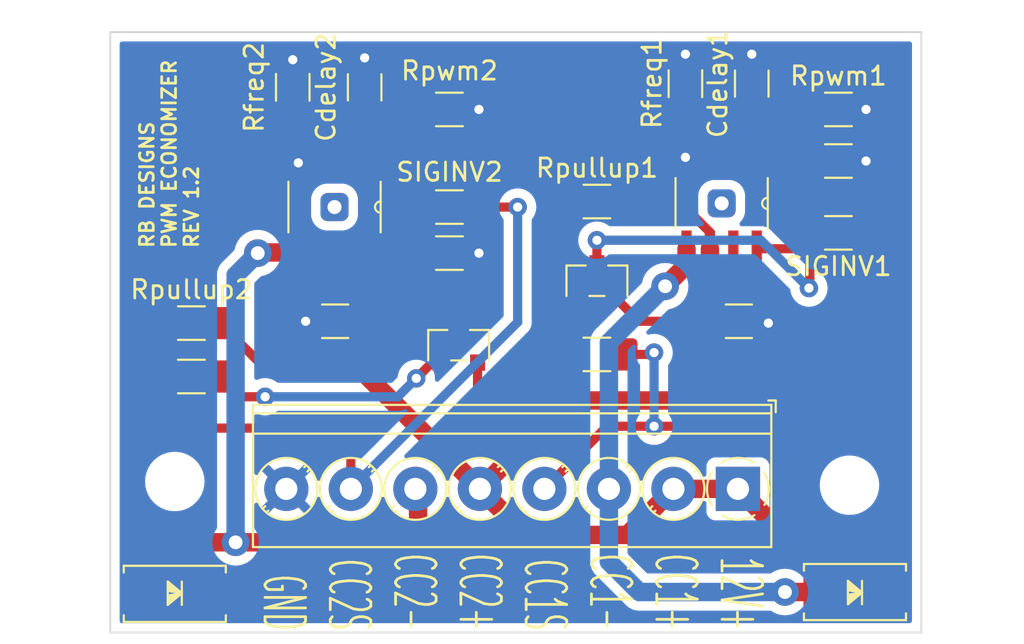
<source format=kicad_pcb>
(kicad_pcb (version 20211014) (generator pcbnew)
  (layers (0 "F.Cu" signal) (31 "B.Cu" signal) (34 "B.Paste" user) (35 "F.Paste" user) (36 "B.SilkS" user "B.Silkscreen") (37 "F.SilkS" user "F.Silkscreen") (38 "B.Mask" user) (39 "F.Mask" user) (44 "Edge.Cuts" user))
  (net 0 "")
  (net 1 "Net-(Cdelay1-Pad1)")
  (net 2 "GND")
  (net 3 "Net-(Ctantalumbypass1-Pad1)")
  (net 4 "Net-(J1-Pad3)")
  (net 5 "Net-(Rfreq1-Pad1)")
  (net 6 "Net-(U3-Pad1)")
  (net 7 "Net-(U2-Pad8)")
  (net 8 "Net-(Rpwm1-Pad1)")
  (net 9 "Net-(Cdelay2-Pad1)")
  (net 10 "Net-(J1-Pad6)")
  (net 11 "Net-(J1-Pad7)")
  (net 12 "Net-(Rfreq2-Pad1)")
  (net 13 "Net-(Rlimiting2-Pad2)")
  (net 14 "Net-(Rpulldown2-Pad1)")
  (net 15 "Net-(Rpwm2-Pad1)")
  (net 16 "Net-(J1-Pad4)")
  (footprint "Capacitor_SMD:C_1206_3216Metric_Pad1.33x1.80mm_HandSolder" (layer "F.Cu") (at 216.8 91.9 90)
    (fp_text reference "Cdelay1" (at 0 -1.85 90) (layer "F.SilkS"))
    (fp_text value "100 nF")
    (fp_line (start -0.711252 -0.91) (end 0.711252 -0.91) (layer "F.SilkS") (width 0.12))
    (fp_line (start -0.711252 0.91) (end 0.711252 0.91) (layer "F.SilkS") (width 0.12))
    (pad "1" smd roundrect (at -1.5625 0 90) (size 1.325 1.8) (layers "F.Cu" "F.Paste" "F.Mask") (roundrect_rratio 0.188679) (net 1 "Net-(Cdelay1-Pad1)"))
    (pad "2" smd roundrect (at 1.5625 0 90) (size 1.325 1.8) (layers "F.Cu" "F.Paste" "F.Mask") (roundrect_rratio 0.188679) (net 2 "GND"))
  )
  (footprint "TerminalBlock_Phoenix:TerminalBlock_Phoenix_PT-1,5-8-3.5-H_1x08_P3.50mm_Horizontal" (layer "F.Cu") (at 216.05 113.9 180)
    (fp_text reference "J1" hide)
    (fp_text value "Screw_Terminal_01x08")
    (fp_line (start -1.81 -3.16) (end 26.31 -3.16) (layer "F.SilkS") (width 0.12))
    (fp_line (start 13.025 1.181) (end 12.931 1.274) (layer "F.SilkS") (width 0.12))
    (fp_line (start -2.05 4.8) (end -1.65 4.8) (layer "F.SilkS") (width 0.12))
    (fp_line (start 2.355 0.941) (end 2.226 1.069) (layer "F.SilkS") (width 0.12))
    (fp_line (start 25.775 -1.069) (end 25.646 -0.941) (layer "F.SilkS") (width 0.12))
    (fp_line (start 23.355 0.941) (end 23.226 1.069) (layer "F.SilkS") (width 0.12))
    (fp_line (start -1.81 4.1) (end 26.31 4.1) (layer "F.SilkS") (width 0.12))
    (fp_line (start 26.31 -3.16) (end 26.31 4.56) (layer "F.SilkS") (width 0.12))
    (fp_line (start -1.81 -3.16) (end -1.81 4.56) (layer "F.SilkS") (width 0.12))
    (fp_line (start 5.855 0.941) (end 5.726 1.069) (layer "F.SilkS") (width 0.12))
    (fp_line (start 18.775 -1.069) (end 18.646 -0.941) (layer "F.SilkS") (width 0.12))
    (fp_line (start 18.57 -1.275) (end 18.476 -1.181) (layer "F.SilkS") (width 0.12))
    (fp_line (start 23.525 1.181) (end 23.431 1.274) (layer "F.SilkS") (width 0.12))
    (fp_line (start 11.57 -1.275) (end 11.476 -1.181) (layer "F.SilkS") (width 0.12))
    (fp_line (start 15.07 -1.275) (end 14.976 -1.181) (layer "F.SilkS") (width 0.12))
    (fp_line (start -1.81 4.56) (end 26.31 4.56) (layer "F.SilkS") (width 0.12))
    (fp_line (start 16.355 0.941) (end 16.226 1.069) (layer "F.SilkS") (width 0.12))
    (fp_line (start 20.025 1.181) (end 19.931 1.274) (layer "F.SilkS") (width 0.12))
    (fp_line (start 16.525 1.181) (end 16.431 1.274) (layer "F.SilkS") (width 0.12))
    (fp_line (start 4.775 -1.069) (end 4.646 -0.941) (layer "F.SilkS") (width 0.12))
    (fp_line (start -1.81 3) (end 26.31 3) (layer "F.SilkS") (width 0.12))
    (fp_line (start 11.775 -1.069) (end 11.646 -0.941) (layer "F.SilkS") (width 0.12))
    (fp_line (start 22.07 -1.275) (end 21.976 -1.181) (layer "F.SilkS") (width 0.12))
    (fp_line (start 12.855 0.941) (end 12.726 1.069) (layer "F.SilkS") (width 0.12))
    (fp_line (start 9.355 0.941) (end 9.226 1.069) (layer "F.SilkS") (width 0.12))
    (fp_line (start 19.855 0.941) (end 19.726 1.069) (layer "F.SilkS") (width 0.12))
    (fp_line (start 4.57 -1.275) (end 4.476 -1.181) (layer "F.SilkS") (width 0.12))
    (fp_line (start 2.525 1.181) (end 2.431 1.274) (layer "F.SilkS") (width 0.12))
    (fp_line (start 15.275 -1.069) (end 15.146 -0.941) (layer "F.SilkS") (width 0.12))
    (fp_line (start 22.275 -1.069) (end 22.146 -0.941) (layer "F.SilkS") (width 0.12))
    (fp_line (start 9.525 1.181) (end 9.431 1.274) (layer "F.SilkS") (width 0.12))
    (fp_line (start 8.07 -1.275) (end 7.976 -1.181) (layer "F.SilkS") (width 0.12))
    (fp_line (start 25.57 -1.275) (end 25.476 -1.181) (layer "F.SilkS") (width 0.12))
    (fp_line (start 6.025 1.181) (end 5.931 1.274) (layer "F.SilkS") (width 0.12))
    (fp_line (start -2.05 4.16) (end -2.05 4.8) (layer "F.SilkS") (width 0.12))
    (fp_line (start 8.275 -1.069) (end 8.146 -0.941) (layer "F.SilkS") (width 0.12))
    (fp_arc (start -1.425358 0.889894) (mid -1.680286 0.014012) (end -1.44 -0.866) (layer "F.SilkS") (width 0.12))
    (fp_arc (start 0.028674 1.680099) (mid -0.435535 1.622918) (end -0.866 1.44) (layer "F.SilkS") (width 0.12))
    (fp_arc (start -0.889894 -1.425358) (mid -0.014012 -1.680286) (end 0.866 -1.44) (layer "F.SilkS") (width 0.12))
    (fp_arc (start 1.425504 -0.890193) (mid 1.680626 0.000476) (end 1.425 0.891) (layer "F.SilkS") (width 0.12))
    (fp_arc (start 0.890264 1.424721) (mid 0.463071 1.61492) (end 0 1.68) (layer "F.SilkS") (width 0.12))
    (fp_circle (center 7 0) (end 8.68 0) (layer "F.SilkS") (width 0.12) (fill none))
    (fp_circle (center 3.5 0) (end 5.18 0) (layer "F.SilkS") (width 0.12) (fill none))
    (fp_circle (center 10.5 0) (end 12.18 0) (layer "F.SilkS") (width 0.12) (fill none))
    (fp_circle (center 24.5 0) (end 26.18 0) (layer "F.SilkS") (width 0.12) (fill none))
    (fp_circle (center 14 0) (end 15.68 0) (layer "F.SilkS") (width 0.12) (fill none))
    (fp_circle (center 17.5 0) (end 19.18 0) (layer "F.SilkS") (width 0.12) (fill none))
    (fp_circle (center 21 0) (end 22.68 0) (layer "F.SilkS") (width 0.12) (fill none))
    (pad "1" thru_hole rect (at 0 0 180) (size 2.4 2.4) (drill 1.2) (layers *.Cu *.Mask) (net 3 "Net-(Ctantalumbypass1-Pad1)"))
    (pad "2" thru_hole circle (at 3.5 0 180) (size 2.4 2.4) (drill 1.2) (layers *.Cu *.Mask) (net 3 "Net-(Ctantalumbypass1-Pad1)"))
    (pad "3" thru_hole circle (at 7 0 180) (size 2.4 2.4) (drill 1.2) (layers *.Cu *.Mask) (net 4 "Net-(J1-Pad3)"))
    (pad "4" thru_hole circle (at 10.5 0 180) (size 2.4 2.4) (drill 1.2) (layers *.Cu *.Mask) (net 16 "Net-(J1-Pad4)"))
    (pad "5" thru_hole circle (at 14 0 180) (size 2.4 2.4) (drill 1.2) (layers *.Cu *.Mask) (net 3 "Net-(Ctantalumbypass1-Pad1)"))
    (pad "6" thru_hole circle (at 17.5 0 180) (size 2.4 2.4) (drill 1.2) (layers *.Cu *.Mask) (net 10 "Net-(J1-Pad6)"))
    (pad "7" thru_hole circle (at 21 0 180) (size 2.4 2.4) (drill 1.2) (layers *.Cu *.Mask) (net 11 "Net-(J1-Pad7)"))
    (pad "8" thru_hole circle (at 24.5 0 180) (size 2.4 2.4) (drill 1.2) (layers *.Cu *.Mask) (net 2 "GND"))
  )
  (footprint "drv103:DRV103U" (layer "F.Cu") (at 215.16505 98.4 -90)
    (fp_text reference "U2" hide)
    (fp_text value "DRV103U" hide)
    (fp_line (start -1.373653 2.5019) (end 1.373653 2.5019) (layer "F.SilkS") (width 0.12))
    (fp_line (start 1.373653 -2.5019) (end -1.373653 -2.5019) (layer "F.SilkS") (width 0.12))
    (fp_arc (start 0.3048 -2.5019) (mid 0 -2.1971) (end -0.3048 -2.5019) (layer "F.SilkS") (width 0.12))
    (pad "1" smd rect (at -2.4638 -1.905 270) (size 1.9812 0.5588) (layers "F.Cu" "F.Paste" "F.Mask") (net 8 "Net-(Rpwm1-Pad1)"))
    (pad "2" smd rect (at -2.4638 -0.635 270) (size 1.9812 0.5588) (layers "F.Cu" "F.Paste" "F.Mask") (net 1 "Net-(Cdelay1-Pad1)"))
    (pad "3" smd rect (at -2.4638 0.635 270) (size 1.9812 0.5588) (layers "F.Cu" "F.Paste" "F.Mask") (net 5 "Net-(Rfreq1-Pad1)"))
    (pad "4" smd rect (at -2.4638 1.905 270) (size 1.9812 0.5588) (layers "F.Cu" "F.Paste" "F.Mask") (net 2 "GND"))
    (pad "5" smd rect (at 2.4638 1.905 270) (size 1.9812 0.5588) (layers "F.Cu" "F.Paste" "F.Mask") (net 4 "Net-(J1-Pad3)"))
    (pad "6" smd rect (at 2.4638 0.635 270) (size 1.9812 0.5588) (layers "F.Cu" "F.Paste" "F.Mask") (net 3 "Net-(Ctantalumbypass1-Pad1)"))
    (pad "7" smd rect (at 2.4638 -0.635 270) (size 1.9812 0.5588) (layers "F.Cu" "F.Paste" "F.Mask"))
    (pad "8" smd rect (at 2.4638 -1.905 270) (size 1.9812 0.5588) (layers "F.Cu" "F.Paste" "F.Mask") (net 7 "Net-(U2-Pad8)"))
    (pad "9" thru_hole roundrect (at 0 0 270) (size 1.524 1.524) (drill 0.762) (layers *.Cu *.Mask))
  )
  (footprint "Capacitor_SMD:C_1206_3216Metric_Pad1.33x1.80mm_HandSolder" (layer "F.Cu") (at 216.1 104.8)
    (fp_text reference "Ctantalumbypass1" hide)
    (fp_text value "22 uF")
    (fp_line (start -0.711252 -0.91) (end 0.711252 -0.91) (layer "F.SilkS") (width 0.12))
    (fp_line (start -0.711252 0.91) (end 0.711252 0.91) (layer "F.SilkS") (width 0.12))
    (pad "1" smd roundrect (at -1.5625 0) (size 1.325 1.8) (layers "F.Cu" "F.Paste" "F.Mask") (roundrect_rratio 0.188679) (net 3 "Net-(Ctantalumbypass1-Pad1)"))
    (pad "2" smd roundrect (at 1.5625 0) (size 1.325 1.8) (layers "F.Cu" "F.Paste" "F.Mask") (roundrect_rratio 0.188679) (net 2 "GND"))
  )
  (footprint "Resistor_SMD:R_1206_3216Metric_Pad1.30x1.75mm_HandSolder" (layer "F.Cu") (at 208.4 98.3)
    (fp_text reference "Rpullup1" (at 0 -1.82) (layer "F.SilkS"))
    (fp_text value "R2.2k")
    (fp_line (start -0.727064 0.91) (end 0.727064 0.91) (layer "F.SilkS") (width 0.12))
    (fp_line (start -0.727064 -0.91) (end 0.727064 -0.91) (layer "F.SilkS") (width 0.12))
    (pad "1" smd roundrect (at -1.55 0) (size 1.3 1.75) (layers "F.Cu" "F.Paste" "F.Mask") (roundrect_rratio 0.192308) (net 6 "Net-(U3-Pad1)"))
    (pad "2" smd roundrect (at 1.55 0) (size 1.3 1.75) (layers "F.Cu" "F.Paste" "F.Mask") (roundrect_rratio 0.192308) (net 3 "Net-(Ctantalumbypass1-Pad1)"))
  )
  (footprint "Resistor_SMD:R_1206_3216Metric_Pad1.30x1.75mm_HandSolder" (layer "F.Cu") (at 191.9 92.1 90)
    (fp_text reference "Rfreq2" (at 0 -2.1 90) (layer "F.SilkS"))
    (fp_text value "R205k")
    (fp_line (start -0.727064 0.91) (end 0.727064 0.91) (layer "F.SilkS") (width 0.12))
    (fp_line (start -0.727064 -0.91) (end 0.727064 -0.91) (layer "F.SilkS") (width 0.12))
    (pad "1" smd roundrect locked (at -1.55 0 90) (size 1.3 1.75) (layers "F.Cu" "F.Paste" "F.Mask") (roundrect_rratio 0.192308) (net 12 "Net-(Rfreq2-Pad1)"))
    (pad "2" smd roundrect locked (at 1.55 0 90) (size 1.3 1.75) (layers "F.Cu" "F.Paste" "F.Mask") (roundrect_rratio 0.192308) (net 2 "GND"))
  )
  (footprint "MountingHole:MountingHole_2.2mm_M2" (layer "F.Cu") (at 185.5 113.5)
    (fp_text reference "REF**" hide)
    (fp_text value "MountingHole_2.2mm_M2")
    (pad "" np_thru_hole circle (at 0 0) (size 2.2 2.2) (drill 2.2) (layers *.Cu *.Mask))
  )
  (footprint "Resistor_SMD:R_1206_3216Metric_Pad1.30x1.75mm_HandSolder" (layer "F.Cu") (at 221.5 96.1)
    (fp_text reference "Rpulldown1" hide)
    (fp_text value "R4.7k")
    (fp_line (start -0.727064 -0.91) (end 0.727064 -0.91) (layer "F.SilkS") (width 0.12))
    (fp_line (start -0.727064 0.91) (end 0.727064 0.91) (layer "F.SilkS") (width 0.12))
    (pad "1" smd roundrect (at -1.55 0) (size 1.3 1.75) (layers "F.Cu" "F.Paste" "F.Mask") (roundrect_rratio 0.192308) (net 7 "Net-(U2-Pad8)"))
    (pad "2" smd roundrect (at 1.55 0) (size 1.3 1.75) (layers "F.Cu" "F.Paste" "F.Mask") (roundrect_rratio 0.192308) (net 2 "GND"))
  )
  (footprint "diode:CDBA360-G" (layer "F.Cu") (at 222.3982 119.5 180)
    (fp_text reference "Uflyback1" hide)
    (fp_text value "CDBA360-G" hide)
    (fp_line (start 2.7686 -1.524) (end -2.7686 -1.524) (layer "F.SilkS") (width 0.12))
    (fp_line (start -2.7686 -1.524) (end -2.7686 -1.15824) (layer "F.SilkS") (width 0.12))
    (fp_line (start 2.7686 1.524) (end 2.7686 1.15824) (layer "F.SilkS") (width 0.12))
    (fp_line (start -0.381 -0.027) (end 0.381 0.1) (layer "F.SilkS") (width 0.12))
    (fp_line (start -0.381 -0.027) (end 0.381 -0.535) (layer "F.SilkS") (width 0.12))
    (fp_line (start -0.381 -0.027) (end 0.381 -0.408) (layer "F.SilkS") (width 0.12))
    (fp_line (start -2.7686 1.524) (end 2.7686 1.524) (layer "F.SilkS") (width 0.12))
    (fp_line (start -0.381 -0.027) (end 0.381 0.227) (layer "F.SilkS") (width 0.12))
    (fp_line (start -0.381 -0.027) (end 0.381 0.608) (layer "F.SilkS") (width 0.12))
    (fp_line (start 0.381 -0.662) (end 0.381 0.608) (layer "F.SilkS") (width 0.12))
    (fp_line (start -0.381 -0.027) (end 0.381 -0.662) (layer "F.SilkS") (width 0.12))
    (fp_line (start -0.381 -0.027) (end 0.381 0.481) (layer "F.SilkS") (width 0.12))
    (fp_line (start 2.7686 -1.15824) (end 2.7686 -1.524) (layer "F.SilkS") (width 0.12))
    (fp_line (start -0.381 -0.027) (end 0.381 -0.154) (layer "F.SilkS") (width 0.12))
    (fp_line (start -2.7686 1.15824) (end -2.7686 1.524) (layer "F.SilkS") (width 0.12))
    (fp_line (start -0.381 -0.662) (end -0.381 0.608) (layer "F.SilkS") (width 0.12))
    (fp_line (start -0.381 -0.027) (end 0.381 -0.281) (layer "F.SilkS") (width 0.12))
    (fp_line (start -0.381 -0.027) (end 0.381 0.354) (layer "F.SilkS") (width 0.12))
    (pad "1" smd rect (at -1.7018 0 270) (size 1.651 2.1844) (layers "F.Cu" "F.Paste" "F.Mask") (net 3 "Net-(Ctantalumbypass1-Pad1)"))
    (pad "2" smd rect (at 1.7018 0 270) (size 1.651 2.1844) (layers "F.Cu" "F.Paste" "F.Mask") (net 4 "Net-(J1-Pad3)"))
  )
  (footprint "Resistor_SMD:R_1206_3216Metric_Pad1.30x1.75mm_HandSolder" (layer "F.Cu") (at 200.4 98.6 180)
    (fp_text reference "SIGINV2" (at 0 1.9) (layer "F.SilkS"))
    (fp_text value "9999999999999999")
    (fp_line (start -0.727064 0.91) (end 0.727064 0.91) (layer "F.SilkS") (width 0.12))
    (fp_line (start -0.727064 -0.91) (end 0.727064 -0.91) (layer "F.SilkS") (width 0.12))
    (pad "1" smd roundrect (at -1.55 0 180) (size 1.3 1.75) (layers "F.Cu" "F.Paste" "F.Mask") (roundrect_rratio 0.192308) (net 11 "Net-(J1-Pad7)"))
    (pad "2" smd roundrect (at 1.55 0 180) (size 1.3 1.75) (layers "F.Cu" "F.Paste" "F.Mask") (roundrect_rratio 0.192308) (net 14 "Net-(Rpulldown2-Pad1)"))
  )
  (footprint "Resistor_SMD:R_1206_3216Metric_Pad1.30x1.75mm_HandSolder" (layer "F.Cu") (at 221.5 100 180)
    (fp_text reference "SIGINV1" (at 0 -1.82) (layer "F.SilkS"))
    (fp_text value "9999999999999999")
    (fp_line (start -0.727064 0.91) (end 0.727064 0.91) (layer "F.SilkS") (width 0.12))
    (fp_line (start -0.727064 -0.91) (end 0.727064 -0.91) (layer "F.SilkS") (width 0.12))
    (pad "1" smd roundrect (at -1.55 0 180) (size 1.3 1.75) (layers "F.Cu" "F.Paste" "F.Mask") (roundrect_rratio 0.192308) (net 16 "Net-(J1-Pad4)"))
    (pad "2" smd roundrect (at 1.55 0 180) (size 1.3 1.75) (layers "F.Cu" "F.Paste" "F.Mask") (roundrect_rratio 0.192308) (net 7 "Net-(U2-Pad8)"))
  )
  (footprint "Resistor_SMD:R_1206_3216Metric_Pad1.30x1.75mm_HandSolder" (layer "F.Cu") (at 186.4 107.8)
    (fp_text reference "Rlimiting2" hide)
    (fp_text value "R10k")
    (fp_line (start -0.727064 -0.91) (end 0.727064 -0.91) (layer "F.SilkS") (width 0.12))
    (fp_line (start -0.727064 0.91) (end 0.727064 0.91) (layer "F.SilkS") (width 0.12))
    (pad "1" smd roundrect (at -1.55 0) (size 1.3 1.75) (layers "F.Cu" "F.Paste" "F.Mask") (roundrect_rratio 0.192308) (net 11 "Net-(J1-Pad7)"))
    (pad "2" smd roundrect (at 1.55 0) (size 1.3 1.75) (layers "F.Cu" "F.Paste" "F.Mask") (roundrect_rratio 0.192308) (net 13 "Net-(Rlimiting2-Pad2)"))
  )
  (footprint "transistor:BC857B-7-F" (layer "F.Cu") (at 208.4 102.6)
    (fp_text reference "U3" hide)
    (fp_text value "BC857B-7-F" hide)
    (fp_line (start -0.411859 0.827) (end 0.411859 0.827) (layer "F.SilkS") (width 0.12))
    (fp_line (start -0.61314 -0.827) (end -1.652 -0.827) (layer "F.SilkS") (width 0.12))
    (fp_line (start 1.652 0.827) (end 1.652 -0.827) (layer "F.SilkS") (width 0.12))
    (fp_line (start -1.652 -0.827) (end -1.652 0.827) (layer "F.SilkS") (width 0.12))
    (fp_line (start 1.652 -0.827) (end 0.61314 -0.827) (layer "F.SilkS") (width 0.12))
    (pad "1" smd rect (at -1.024999 0.944999) (size 0.8128 0.889) (layers "F.Cu" "F.Paste" "F.Mask") (net 6 "Net-(U3-Pad1)"))
    (pad "2" smd rect (at 1.024999 0.944999) (size 0.8128 0.889) (layers "F.Cu" "F.Paste" "F.Mask") (net 3 "Net-(Ctantalumbypass1-Pad1)"))
    (pad "3" smd rect (at 0 -0.945) (size 0.8128 0.889) (layers "F.Cu" "F.Paste" "F.Mask") (net 7 "Net-(U2-Pad8)"))
  )
  (footprint "Resistor_SMD:R_1206_3216Metric_Pad1.30x1.75mm_HandSolder" (layer "F.Cu") (at 186.4 104.9)
    (fp_text reference "Rpullup2" (at 0 -1.82) (layer "F.SilkS"))
    (fp_text value "R2.2k")
    (fp_line (start -0.727064 -0.91) (end 0.727064 -0.91) (layer "F.SilkS") (width 0.12))
    (fp_line (start -0.727064 0.91) (end 0.727064 0.91) (layer "F.SilkS") (width 0.12))
    (pad "1" smd roundrect (at -1.55 0) (size 1.3 1.75) (layers "F.Cu" "F.Paste" "F.Mask") (roundrect_rratio 0.192308) (net 11 "Net-(J1-Pad7)"))
    (pad "2" smd roundrect (at 1.55 0) (size 1.3 1.75) (layers "F.Cu" "F.Paste" "F.Mask") (roundrect_rratio 0.192308) (net 3 "Net-(Ctantalumbypass1-Pad1)"))
  )
  (footprint "Resistor_SMD:R_1206_3216Metric_Pad1.30x1.75mm_HandSolder" (layer "F.Cu") (at 208.4 106.6 180)
    (fp_text reference "Rlimiting1" hide)
    (fp_text value "10k")
    (fp_line (start -0.727064 0.91) (end 0.727064 0.91) (layer "F.SilkS") (width 0.12))
    (fp_line (start -0.727064 -0.91) (end 0.727064 -0.91) (layer "F.SilkS") (width 0.12))
    (pad "1" smd roundrect (at -1.55 0 180) (size 1.3 1.75) (layers "F.Cu" "F.Paste" "F.Mask") (roundrect_rratio 0.192308) (net 16 "Net-(J1-Pad4)"))
    (pad "2" smd roundrect (at 1.55 0 180) (size 1.3 1.75) (layers "F.Cu" "F.Paste" "F.Mask") (roundrect_rratio 0.192308) (net 6 "Net-(U3-Pad1)"))
  )
  (footprint "Resistor_SMD:R_1206_3216Metric_Pad1.30x1.75mm_HandSolder" (layer "F.Cu") (at 221.5 93.3)
    (fp_text reference "Rpwm1" (at 0 -1.82) (layer "F.SilkS"))
    (fp_text value "R95.3k")
    (fp_line (start -0.727064 0.91) (end 0.727064 0.91) (layer "F.SilkS") (width 0.12))
    (fp_line (start -0.727064 -0.91) (end 0.727064 -0.91) (layer "F.SilkS") (width 0.12))
    (pad "1" smd roundrect (at -1.55 0) (size 1.3 1.75) (layers "F.Cu" "F.Paste" "F.Mask") (roundrect_rratio 0.192308) (net 8 "Net-(Rpwm1-Pad1)"))
    (pad "2" smd roundrect (at 1.55 0) (size 1.3 1.75) (layers "F.Cu" "F.Paste" "F.Mask") (roundrect_rratio 0.192308) (net 2 "GND"))
  )
  (footprint "transistor:BC857B-7-F" (layer "F.Cu") (at 200.9 106.1)
    (fp_text reference "U5" hide)
    (fp_text value "BC857B-7-F" hide)
    (fp_line (start -0.61314 -0.827) (end -1.652 -0.827) (layer "F.SilkS") (width 0.12))
    (fp_line (start 1.652 0.827) (end 1.652 -0.827) (layer "F.SilkS") (width 0.12))
    (fp_line (start 1.652 -0.827) (end 0.61314 -0.827) (layer "F.SilkS") (width 0.12))
    (fp_line (start -1.652 -0.827) (end -1.652 0.827) (layer "F.SilkS") (width 0.12))
    (fp_line (start -0.411859 0.827) (end 0.411859 0.827) (layer "F.SilkS") (width 0.12))
    (pad "1" smd rect (at -1.024999 0.944999) (size 0.8128 0.889) (layers "F.Cu" "F.Paste" "F.Mask") (net 13 "Net-(Rlimiting2-Pad2)"))
    (pad "2" smd rect (at 1.024999 0.944999) (size 0.8128 0.889) (layers "F.Cu" "F.Paste" "F.Mask") (net 3 "Net-(Ctantalumbypass1-Pad1)"))
    (pad "3" smd rect (at 0 -0.945) (size 0.8128 0.889) (layers "F.Cu" "F.Paste" "F.Mask") (net 14 "Net-(Rpulldown2-Pad1)"))
  )
  (footprint "Capacitor_SMD:C_1206_3216Metric_Pad1.33x1.80mm_HandSolder" (layer "F.Cu") (at 195.8 92.1 90)
    (fp_text reference "Cdelay2" (at 0 -2.1 90) (layer "F.SilkS"))
    (fp_text value "100 nF")
    (fp_line (start -0.711252 0.91) (end 0.711252 0.91) (layer "F.SilkS") (width 0.12))
    (fp_line (start -0.711252 -0.91) (end 0.711252 -0.91) (layer "F.SilkS") (width 0.12))
    (pad "1" smd roundrect (at -1.5625 0 90) (size 1.325 1.8) (layers "F.Cu" "F.Paste" "F.Mask") (roundrect_rratio 0.188679) (net 9 "Net-(Cdelay2-Pad1)"))
    (pad "2" smd roundrect (at 1.5625 0 90) (size 1.325 1.8) (layers "F.Cu" "F.Paste" "F.Mask") (roundrect_rratio 0.188679) (net 2 "GND"))
  )
  (footprint "MountingHole:MountingHole_2.2mm_M2" (layer "F.Cu") (at 222.1 113.7)
    (fp_text reference "REF**" hide)
    (fp_text value "MountingHole_2.2mm_M2")
    (pad "" np_thru_hole circle (at 0 0) (size 2.2 2.2) (drill 2.2) (layers *.Cu *.Mask))
  )
  (footprint "Resistor_SMD:R_1206_3216Metric_Pad1.30x1.75mm_HandSolder" (layer "F.Cu") (at 213.2 91.9 90)
    (fp_text reference "Rfreq1" (at 0 -1.82 90) (layer "F.SilkS"))
    (fp_text value "R205k")
    (fp_line (start -0.727064 -0.91) (end 0.727064 -0.91) (layer "F.SilkS") (width 0.12))
    (fp_line (start -0.727064 0.91) (end 0.727064 0.91) (layer "F.SilkS") (width 0.12))
    (pad "1" smd roundrect (at -1.55 0 90) (size 1.3 1.75) (layers "F.Cu" "F.Paste" "F.Mask") (roundrect_rratio 0.192308) (net 5 "Net-(Rfreq1-Pad1)"))
    (pad "2" smd roundrect (at 1.55 0 90) (size 1.3 1.75) (layers "F.Cu" "F.Paste" "F.Mask") (roundrect_rratio 0.192308) (net 2 "GND"))
  )
  (footprint "Resistor_SMD:R_1206_3216Metric_Pad1.30x1.75mm_HandSolder" (layer "F.Cu") (at 200.4 93.3)
    (fp_text reference "Rpwm2" (at 0 -2.1) (layer "F.SilkS"))
    (fp_text value "R95.3k")
    (fp_line (start -0.727064 -0.91) (end 0.727064 -0.91) (layer "F.SilkS") (width 0.12))
    (fp_line (start -0.727064 0.91) (end 0.727064 0.91) (layer "F.SilkS") (width 0.12))
    (pad "1" smd roundrect (at -1.55 0) (size 1.3 1.75) (layers "F.Cu" "F.Paste" "F.Mask") (roundrect_rratio 0.192308) (net 15 "Net-(Rpwm2-Pad1)"))
    (pad "2" smd roundrect (at 1.55 0) (size 1.3 1.75) (layers "F.Cu" "F.Paste" "F.Mask") (roundrect_rratio 0.192308) (net 2 "GND"))
  )
  (footprint "Resistor_SMD:R_1206_3216Metric_Pad1.30x1.75mm_HandSolder" (layer "F.Cu") (at 200.4 101.1)
    (fp_text reference "Rpulldown2" hide)
    (fp_text value "R4.7k")
    (fp_line (start -0.727064 -0.91) (end 0.727064 -0.91) (layer "F.SilkS") (width 0.12))
    (fp_line (start -0.727064 0.91) (end 0.727064 0.91) (layer "F.SilkS") (width 0.12))
    (pad "1" smd roundrect (at -1.55 0) (size 1.3 1.75) (layers "F.Cu" "F.Paste" "F.Mask") (roundrect_rratio 0.192308) (net 14 "Net-(Rpulldown2-Pad1)"))
    (pad "2" smd roundrect (at 1.55 0) (size 1.3 1.75) (layers "F.Cu" "F.Paste" "F.Mask") (roundrect_rratio 0.192308) (net 2 "GND"))
  )
  (footprint "diode:CDBA360-G" (layer "F.Cu") (at 185.5 119.6 180)
    (fp_text reference "Uflyback2" hide)
    (fp_text value "CDBA360-G" hide)
    (fp_line (start -0.381 0.0365) (end 0.381 0.5445) (layer "F.SilkS") (width 0.12))
    (fp_line (start 0.381 -0.5985) (end 0.381 0.6715) (layer "F.SilkS") (width 0.12))
    (fp_line (start -2.7686 1.15824) (end -2.7686 1.524) (layer "F.SilkS") (width 0.12))
    (fp_line (start -2.7686 1.524) (end 2.7686 1.524) (layer "F.SilkS") (width 0.12))
    (fp_line (start -0.381 0.0365) (end 0.381 0.1635) (layer "F.SilkS") (width 0.12))
    (fp_line (start -0.381 0.0365) (end 0.381 -0.0905) (layer "F.SilkS") (width 0.12))
    (fp_line (start -0.381 0.0365) (end 0.381 -0.4715) (layer "F.SilkS") (width 0.12))
    (fp_line (start -0.381 0.0365) (end 0.381 -0.2175) (layer "F.SilkS") (width 0.12))
    (fp_line (start -0.381 0.0365) (end 0.381 -0.3445) (layer "F.SilkS") (width 0.12))
    (fp_line (start -0.381 -0.5985) (end -0.381 0.6715) (layer "F.SilkS") (width 0.12))
    (fp_line (start -2.7686 -1.524) (end -2.7686 -1.15824) (layer "F.SilkS") (width 0.12))
    (fp_line (start 2.7686 -1.15824) (end 2.7686 -1.524) (layer "F.SilkS") (width 0.12))
    (fp_line (start -0.381 0.0365) (end 0.381 -0.5985) (layer "F.SilkS") (width 0.12))
    (fp_line (start -0.381 0.0365) (end 0.381 0.6715) (layer "F.SilkS") (width 0.12))
    (fp_line (start 2.7686 -1.524) (end -2.7686 -1.524) (layer "F.SilkS") (width 0.12))
    (fp_line (start -0.381 0.0365) (end 0.381 0.2905) (layer "F.SilkS") (width 0.12))
    (fp_line (start 2.7686 1.524) (end 2.7686 1.15824) (layer "F.SilkS") (width 0.12))
    (fp_line (start -0.381 0.0365) (end 0.381 0.4175) (layer "F.SilkS") (width 0.12))
    (pad "1" smd rect (at -1.7018 0 270) (size 1.651 2.1844) (layers "F.Cu" "F.Paste" "F.Mask") (net 3 "Net-(Ctantalumbypass1-Pad1)"))
    (pad "2" smd rect (at 1.7018 0 270) (size 1.651 2.1844) (layers "F.Cu" "F.Paste" "F.Mask") (net 10 "Net-(J1-Pad6)"))
  )
  (footprint "drv103:DRV103U" (layer "F.Cu") (at 194.16505 98.6 -90)
    (fp_text reference "U4" hide)
    (fp_text value "DRV103U" hide)
    (fp_line (start 1.373653 -2.5019) (end -1.373653 -2.5019) (layer "F.SilkS") (width 0.12))
    (fp_line (start -1.373653 2.5019) (end 1.373653 2.5019) (layer "F.SilkS") (width 0.12))
    (fp_arc (start 0.3048 -2.5019) (mid 0 -2.1971) (end -0.3048 -2.5019) (layer "F.SilkS") (width 0.12))
    (pad "1" smd rect (at -2.4638 -1.905 270) (size 1.9812 0.5588) (layers "F.Cu" "F.Paste" "F.Mask") (net 15 "Net-(Rpwm2-Pad1)"))
    (pad "2" smd rect (at -2.4638 -0.635 270) (size 1.9812 0.5588) (layers "F.Cu" "F.Paste" "F.Mask") (net 9 "Net-(Cdelay2-Pad1)"))
    (pad "3" smd rect (at -2.4638 0.635 270) (size 1.9812 0.5588) (layers "F.Cu" "F.Paste" "F.Mask") (net 12 "Net-(Rfreq2-Pad1)"))
    (pad "4" smd rect (at -2.4638 1.905 270) (size 1.9812 0.5588) (layers "F.Cu" "F.Paste" "F.Mask") (net 2 "GND"))
    (pad "5" smd rect (at 2.4638 1.905 270) (size 1.9812 0.5588) (layers "F.Cu" "F.Paste" "F.Mask") (net 10 "Net-(J1-Pad6)"))
    (pad "6" smd rect (at 2.4638 0.635 270) (size 1.9812 0.5588) (layers "F.Cu" "F.Paste" "F.Mask") (net 3 "Net-(Ctantalumbypass1-Pad1)"))
    (pad "7" smd rect (at 2.4638 -0.635 270) (size 1.9812 0.5588) (layers "F.Cu" "F.Paste" "F.Mask"))
    (pad "8" smd rect (at 2.4638 -1.905 270) (size 1.9812 0.5588) (layers "F.Cu" "F.Paste" "F.Mask") (net 14 "Net-(Rpulldown2-Pad1)"))
    (pad "9" thru_hole roundrect (at 0 0 270) (size 1.524 1.524) (drill 0.762) (layers *.Cu *.Mask))
  )
  (footprint "Capacitor_SMD:C_1206_3216Metric_Pad1.33x1.80mm_HandSolder" (layer "F.Cu") (at 194.2 104.8 180)
    (fp_text reference "Ctantalumbypass2" hide)
    (fp_text value "22 uF")
    (fp_line (start -0.711252 0.91) (end 0.711252 0.91) (layer "F.SilkS") (width 0.12))
    (fp_line (start -0.711252 -0.91) (end 0.711252 -0.91) (layer "F.SilkS") (width 0.12))
    (pad "1" smd roundrect (at -1.5625 0 180) (size 1.325 1.8) (layers "F.Cu" "F.Paste" "F.Mask") (roundrect_rratio 0.188679) (net 3 "Net-(Ctantalumbypass1-Pad1)"))
    (pad "2" smd roundrect (at 1.5625 0 180) (size 1.325 1.8) (layers "F.Cu" "F.Paste" "F.Mask") (roundrect_rratio 0.188679) (net 2 "GND"))
  )
  (gr_rect (start 182 121.7) (end 226 89.1) (layer "Edge.Cuts") (width 0.1) (fill none))
  (gr_text "12V+\nCC1+\nCC1-\nCC1S\nCC2+\nCC2-\nCC2S\nGND" (at 203.8 121.7 -90) (layer "F.SilkS") (effects (font (size 2.2 1)) (justify right)))
  (gr_text "RB DESIGNS \nPWM ECONOMIZER\nREV 1.2" (at 185.2 100.9 90) (layer "F.SilkS") (effects (font (size 0.75 0.75)) (justify left)))
  (segment (start 215.80005 95.9362) (end 215.80005 94.46245) (width 0.5) (layer "F.Cu") (net 1))
  (segment (start 215.80005 94.46245) (end 216.8 93.4625) (width 0.5) (layer "F.Cu") (net 1))
  (via (at 195.8 90.5) (size 1) (drill 0.5) (layers "F.Cu" "B.Cu") (net 2))
  (via (at 191.9 90.6) (size 1) (drill 0.5) (layers "F.Cu" "B.Cu") (net 2))
  (via (at 223 93.3) (size 1) (drill 0.5) (layers "F.Cu" "B.Cu") (net 2))
  (via (at 213.2 90.3) (size 1) (drill 0.5) (layers "F.Cu" "B.Cu") (net 2))
  (via (at 223 96.1) (size 1) (drill 0.5) (layers "F.Cu" "B.Cu") (net 2))
  (via (at 192.6 104.8) (size 1) (drill 0.5) (layers "F.Cu" "B.Cu") (net 2))
  (via (at 217.7 104.9) (size 1) (drill 0.5) (layers "F.Cu" "B.Cu") (net 2))
  (via (at 216.8 90.3) (size 1) (drill 0.5) (layers "F.Cu" "B.Cu") (net 2))
  (via (at 202 93.3) (size 1) (drill 0.5) (layers "F.Cu" "B.Cu") (net 2))
  (via (at 202 101.1) (size 1) (drill 0.5) (layers "F.Cu" "B.Cu") (net 2))
  (via (at 192.2 96.2) (size 1) (drill 0.5) (layers "F.Cu" "B.Cu") (net 2))
  (via (at 213.2 95.9) (size 1) (drill 0.5) (layers "F.Cu" "B.Cu") (net 2))
  (segment (start 219.25 117.1) (end 216.05 113.9) (width 1) (layer "F.Cu") (net 3))
  (segment (start 187.95 104.9) (end 190.7 107.65) (width 0.5) (layer "F.Cu") (net 3))
  (segment (start 193.53005 102.56755) (end 193.53005 101.0638) (width 1) (layer "F.Cu") (net 3))
  (segment (start 214.53005 99.964778) (end 212.865272 98.3) (width 0.5) (layer "F.Cu") (net 3))
  (segment (start 214.5375 104.8) (end 210.68 104.8) (width 0.5) (layer "F.Cu") (net 3))
  (segment (start 201.924999 108.475001) (end 199.275 111.125) (width 0.5) (layer "F.Cu") (net 3))
  (segment (start 212.55 113.9) (end 210.05 116.4) (width 1) (layer "F.Cu") (net 3))
  (segment (start 212.6 109.1) (end 206.85 109.1) (width 1) (layer "F.Cu") (net 3))
  (segment (start 190.7 107.65) (end 195.8 107.65) (width 0.5) (layer "F.Cu") (net 3))
  (segment (start 199.275 111.125) (end 195.8 107.65) (width 1) (layer "F.Cu") (net 3))
  (segment (start 214.53005 100.8638) (end 214.53005 99.964778) (width 0.5) (layer "F.Cu") (net 3))
  (segment (start 214.5375 104.8) (end 214.5375 107.1625) (width 1) (layer "F.Cu") (net 3))
  (segment (start 204.55 116.4) (end 202.05 113.9) (width 1) (layer "F.Cu") (net 3))
  (segment (start 195.8 104.8375) (end 195.7625 104.8) (width 1) (layer "F.Cu") (net 3))
  (segment (start 214.5375 107.1625) (end 212.6 109.1) (width 1) (layer "F.Cu") (net 3))
  (segment (start 195.8 107.65) (end 195.8 104.8375) (width 1) (layer "F.Cu") (net 3))
  (segment (start 206.85 109.1) (end 202.05 113.9) (width 1) (layer "F.Cu") (net 3))
  (segment (start 214.53005 104.79255) (end 214.5375 104.8) (width 1) (layer "F.Cu") (net 3))
  (segment (start 201.35 119.6) (end 204.55 116.4) (width 1) (layer "F.Cu") (net 3))
  (segment (start 224.1 119.5) (end 221.7 117.1) (width 1) (layer "F.Cu") (net 3))
  (segment (start 214.53005 100.8638) (end 214.53005 104.79255) (width 1) (layer "F.Cu") (net 3))
  (segment (start 212.865272 98.3) (end 209.95 98.3) (width 0.5) (layer "F.Cu") (net 3))
  (segment (start 210.68 104.8) (end 209.424999 103.544999) (width 0.5) (layer "F.Cu") (net 3))
  (segment (start 221.7 117.1) (end 219.25 117.1) (width 1) (layer "F.Cu") (net 3))
  (segment (start 201.924999 107.044999) (end 201.924999 108.475001) (width 0.5) (layer "F.Cu") (net 3))
  (segment (start 187.2018 119.6) (end 201.35 119.6) (width 1) (layer "F.Cu") (net 3))
  (segment (start 202.05 113.9) (end 199.275 111.125) (width 1) (layer "F.Cu") (net 3))
  (segment (start 210.05 116.4) (end 204.55 116.4) (width 1) (layer "F.Cu") (net 3))
  (segment (start 195.7625 104.8) (end 193.53005 102.56755) (width 1) (layer "F.Cu") (net 3))
  (segment (start 216.05 113.9) (end 212.55 113.9) (width 1) (layer "F.Cu") (net 3))
  (segment (start 213.26005 100.8638) (end 213.26005 101.73995) (width 1) (layer "F.Cu") (net 4))
  (segment (start 213.26005 101.73995) (end 212.1 102.9) (width 1) (layer "F.Cu") (net 4))
  (segment (start 220.6964 119.5) (end 218.6 119.5) (width 1) (layer "F.Cu") (net 4))
  (via (at 218.6 119.5) (size 1.5) (drill 0.75) (layers "F.Cu" "B.Cu") (net 4))
  (via (at 212.1 102.9) (size 1.5) (drill 0.75) (layers "F.Cu" "B.Cu") (net 4))
  (segment (start 209.05 105.95) (end 209.05 113.9) (width 1) (layer "B.Cu") (net 4))
  (segment (start 218.6 119.5) (end 210.7 119.5) (width 1) (layer "B.Cu") (net 4))
  (segment (start 212.1 102.9) (end 209.05 105.95) (width 1) (layer "B.Cu") (net 4))
  (segment (start 210.7 119.5) (end 209.05 117.85) (width 1) (layer "B.Cu") (net 4))
  (segment (start 209.05 117.85) (end 209.05 113.9) (width 1) (layer "B.Cu") (net 4))
  (segment (start 214.53005 94.78005) (end 213.2 93.45) (width 0.5) (layer "F.Cu") (net 5))
  (segment (start 214.53005 95.9362) (end 214.53005 94.78005) (width 0.5) (layer "F.Cu") (net 5))
  (segment (start 206.85 98.3) (end 205.5 99.65) (width 0.5) (layer "F.Cu") (net 6))
  (segment (start 205.5 105.25) (end 206.85 106.6) (width 0.5) (layer "F.Cu") (net 6))
  (segment (start 205.744999 103.544999) (end 205.5 103.3) (width 0.5) (layer "F.Cu") (net 6))
  (segment (start 207.375001 103.544999) (end 205.744999 103.544999) (width 0.5) (layer "F.Cu") (net 6))
  (segment (start 205.5 99.65) (end 205.5 103.3) (width 0.5) (layer "F.Cu") (net 6))
  (segment (start 205.5 103.3) (end 205.5 105.25) (width 0.5) (layer "F.Cu") (net 6))
  (segment (start 208.4 100.4) (end 208.4 101.655) (width 0.5) (layer "F.Cu") (net 7))
  (segment (start 217.07005 100.8638) (end 219.0862 100.8638) (width 0.5) (layer "F.Cu") (net 7))
  (segment (start 219.95 96.1) (end 219.95 100) (width 0.5) (layer "F.Cu") (net 7))
  (segment (start 219.95 100) (end 219.95 102.95) (width 0.5) (layer "F.Cu") (net 7))
  (segment (start 219.0862 100.8638) (end 219.95 100) (width 0.5) (layer "F.Cu") (net 7))
  (segment (start 219.95 102.95) (end 219.9 103) (width 0.5) (layer "F.Cu") (net 7))
  (via (at 208.4 100.4) (size 1) (drill 0.5) (layers "F.Cu" "B.Cu") (net 7))
  (via (at 219.9 103) (size 1) (drill 0.5) (layers "F.Cu" "B.Cu") (net 7))
  (segment (start 217.3 100.4) (end 208.4 100.4) (width 0.5) (layer "B.Cu") (net 7))
  (segment (start 219.9 103) (end 217.3 100.4) (width 0.5) (layer "B.Cu") (net 7))
  (segment (start 217.3138 95.9362) (end 219.95 93.3) (width 0.5) (layer "F.Cu") (net 8))
  (segment (start 217.07005 95.9362) (end 217.3138 95.9362) (width 0.5) (layer "F.Cu") (net 8))
  (segment (start 194.80005 96.1362) (end 194.80005 94.66245) (width 0.5) (layer "F.Cu") (net 9))
  (segment (start 194.80005 94.66245) (end 195.8 93.6625) (width 0.5) (layer "F.Cu") (net 9))
  (segment (start 188.8 116.8) (end 198.3 116.8) (width 1) (layer "F.Cu") (net 10))
  (segment (start 190.0362 101.0638) (end 190 101.1) (width 1) (layer "F.Cu") (net 10))
  (segment (start 188.8 116.8) (end 184.4 116.8) (width 1) (layer "F.Cu") (net 10))
  (segment (start 192.26005 101.0638) (end 190.0362 101.0638) (width 1) (layer "F.Cu") (net 10))
  (segment (start 198.3 116.8) (end 198.6982 116.4018) (width 1) (layer "F.Cu") (net 10))
  (segment (start 184.4 116.8) (end 183.7982 117.4018) (width 1) (layer "F.Cu") (net 10))
  (segment (start 198.6982 116.4018) (end 198.6982 114.0482) (width 1) (layer "F.Cu") (net 10))
  (segment (start 198.6982 114.0482) (end 198.55 113.9) (width 1) (layer "F.Cu") (net 10))
  (segment (start 183.7982 117.4018) (end 183.7982 119.6) (width 1) (layer "F.Cu") (net 10))
  (via (at 190 101.1) (size 1.5) (drill 0.75) (layers "F.Cu" "B.Cu") (net 10))
  (via (at 188.8 116.8) (size 1.5) (drill 0.75) (layers "F.Cu" "B.Cu") (net 10))
  (segment (start 188.8 102.3) (end 188.8 116.8) (width 1) (layer "B.Cu") (net 10))
  (segment (start 190 101.1) (end 188.8 102.3) (width 1) (layer "B.Cu") (net 10))
  (segment (start 184.85 107.8) (end 187.65 110.6) (width 0.5) (layer "F.Cu") (net 11))
  (segment (start 187.65 110.6) (end 195 110.6) (width 0.5) (layer "F.Cu") (net 11))
  (segment (start 195.05 110.65) (end 195.05 113.9) (width 0.5) (layer "F.Cu") (net 11))
  (segment (start 201.95 98.6) (end 204.1 98.6) (width 0.5) (layer "F.Cu") (net 11))
  (segment (start 184.85 104.9) (end 184.85 107.8) (width 0.5) (layer "F.Cu") (net 11))
  (segment (start 195 110.6) (end 195.05 110.65) (width 0.5) (layer "F.Cu") (net 11))
  (via (at 204.1 98.6) (size 1) (drill 0.5) (layers "F.Cu" "B.Cu") (net 11))
  (segment (start 204.1 98.6) (end 204.1 104.85) (width 0.5) (layer "B.Cu") (net 11))
  (segment (start 204.1 104.85) (end 195.05 113.9) (width 0.5) (layer "B.Cu") (net 11))
  (segment (start 193.53005 95.28005) (end 191.9 93.65) (width 0.5) (layer "F.Cu") (net 12))
  (segment (start 193.53005 96.1362) (end 193.53005 95.28005) (width 0.5) (layer "F.Cu") (net 12))
  (segment (start 199.875001 107.044999) (end 199.455001 107.044999) (width 0.5) (layer "F.Cu") (net 13))
  (segment (start 189.05 108.9) (end 187.95 107.8) (width 0.5) (layer "F.Cu") (net 13))
  (segment (start 190.4 108.9) (end 189.05 108.9) (width 0.5) (layer "F.Cu") (net 13))
  (segment (start 199.455001 107.044999) (end 198.6 107.9) (width 0.5) (layer "F.Cu") (net 13))
  (via (at 190.4 108.9) (size 1) (drill 0.5) (layers "F.Cu" "B.Cu") (net 13))
  (via (at 198.6 107.9) (size 1) (drill 0.5) (layers "F.Cu" "B.Cu") (net 13))
  (segment (start 198.6 107.9) (end 197.6 108.9) (width 0.5) (layer "B.Cu") (net 13))
  (segment (start 197.6 108.9) (end 190.4 108.9) (width 0.5) (layer "B.Cu") (net 13))
  (segment (start 198.85 101.1) (end 198.85 98.6) (width 0.5) (layer "F.Cu") (net 14))
  (segment (start 196.10625 101.1) (end 196.07005 101.0638) (width 0.5) (layer "F.Cu") (net 14))
  (segment (start 200.9 103.15) (end 198.85 101.1) (width 0.5) (layer "F.Cu") (net 14))
  (segment (start 198.85 101.1) (end 196.10625 101.1) (width 0.5) (layer "F.Cu") (net 14))
  (segment (start 200.9 105.155) (end 200.9 103.15) (width 0.5) (layer "F.Cu") (net 14))
  (segment (start 197.6638 96.1362) (end 198.85 94.95) (width 0.5) (layer "F.Cu") (net 15))
  (segment (start 196.07005 96.1362) (end 197.6638 96.1362) (width 0.5) (layer "F.Cu") (net 15))
  (segment (start 198.85 94.95) (end 198.85 93.3) (width 0.5) (layer "F.Cu") (net 15))
  (segment (start 211.5 110.5) (end 217.8 110.5) (width 0.5) (layer "F.Cu") (net 16))
  (segment (start 211.4 106.6) (end 211.5 106.5) (width 0.5) (layer "F.Cu") (net 16))
  (segment (start 205.55 113.9) (end 208.95 110.5) (width 0.5) (layer "F.Cu") (net 16))
  (segment (start 208.95 110.5) (end 211.5 110.5) (width 0.5) (layer "F.Cu") (net 16))
  (segment (start 209.95 106.6) (end 211.4 106.6) (width 0.5) (layer "F.Cu") (net 16))
  (segment (start 217.8 110.5) (end 223.05 105.25) (width 0.5) (layer "F.Cu") (net 16))
  (segment (start 223.05 105.25) (end 223.05 100) (width 0.5) (layer "F.Cu") (net 16))
  (via (at 211.5 106.5) (size 1) (drill 0.5) (layers "F.Cu" "B.Cu") (net 16))
  (via (at 211.5 110.5) (size 1) (drill 0.5) (layers "F.Cu" "B.Cu") (net 16))
  (segment (start 211.5 110.5) (end 211.5 106.5) (width 0.5) (layer "B.Cu") (net 16))
  (zone (net 2) (net_name "GND") (layer "B.Cu") (connect_pads (clearance 0.508)) (min_thickness 0.254) (fill yes (thermal_gap 0.508) (thermal_bridge_width 0.508))
    (polygon (pts (xy 225.9 121.6) (xy 182.1 121.6) (xy 182.1 89.2) (xy 225.9 89.2)))
  )
)
</source>
